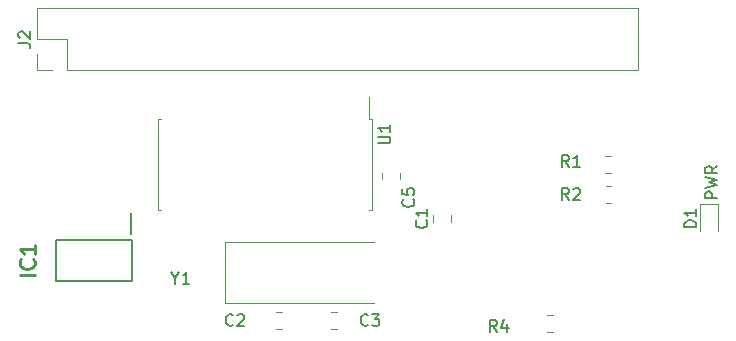
<source format=gbr>
G04 #@! TF.GenerationSoftware,KiCad,Pcbnew,(5.1.9)-1*
G04 #@! TF.CreationDate,2021-08-26T16:24:34+03:00*
G04 #@! TF.ProjectId,RPi_EthShield,5250695f-4574-4685-9368-69656c642e6b,rev?*
G04 #@! TF.SameCoordinates,Original*
G04 #@! TF.FileFunction,Legend,Top*
G04 #@! TF.FilePolarity,Positive*
%FSLAX46Y46*%
G04 Gerber Fmt 4.6, Leading zero omitted, Abs format (unit mm)*
G04 Created by KiCad (PCBNEW (5.1.9)-1) date 2021-08-26 16:24:34*
%MOMM*%
%LPD*%
G01*
G04 APERTURE LIST*
%ADD10C,0.150000*%
%ADD11C,0.120000*%
%ADD12C,0.200000*%
%ADD13C,0.254000*%
G04 APERTURE END LIST*
D10*
X77160380Y-41465333D02*
X76160380Y-41465333D01*
X76160380Y-41084380D01*
X76208000Y-40989142D01*
X76255619Y-40941523D01*
X76350857Y-40893904D01*
X76493714Y-40893904D01*
X76588952Y-40941523D01*
X76636571Y-40989142D01*
X76684190Y-41084380D01*
X76684190Y-41465333D01*
X76160380Y-40560571D02*
X77160380Y-40322476D01*
X76446095Y-40132000D01*
X77160380Y-39941523D01*
X76160380Y-39703428D01*
X77160380Y-38751047D02*
X76684190Y-39084380D01*
X77160380Y-39322476D02*
X76160380Y-39322476D01*
X76160380Y-38941523D01*
X76208000Y-38846285D01*
X76255619Y-38798666D01*
X76350857Y-38751047D01*
X76493714Y-38751047D01*
X76588952Y-38798666D01*
X76636571Y-38846285D01*
X76684190Y-38941523D01*
X76684190Y-39322476D01*
D11*
X48084000Y-45202000D02*
X35484000Y-45202000D01*
X35484000Y-45202000D02*
X35484000Y-50302000D01*
X35484000Y-50302000D02*
X48084000Y-50302000D01*
X63219064Y-52805000D02*
X62764936Y-52805000D01*
X63219064Y-51335000D02*
X62764936Y-51335000D01*
X68195564Y-41883000D02*
X67741436Y-41883000D01*
X68195564Y-40413000D02*
X67741436Y-40413000D01*
X68148564Y-39343000D02*
X67694436Y-39343000D01*
X68148564Y-37873000D02*
X67694436Y-37873000D01*
X77189000Y-44259500D02*
X77189000Y-41974500D01*
X77189000Y-41974500D02*
X75719000Y-41974500D01*
X75719000Y-41974500D02*
X75719000Y-44259500D01*
X48795000Y-39819252D02*
X48795000Y-39296748D01*
X50265000Y-39819252D02*
X50265000Y-39296748D01*
X44442748Y-51081000D02*
X44965252Y-51081000D01*
X44442748Y-52551000D02*
X44965252Y-52551000D01*
X39804748Y-51081000D02*
X40327252Y-51081000D01*
X39804748Y-52551000D02*
X40327252Y-52551000D01*
X53113000Y-43441252D02*
X53113000Y-42918748D01*
X54583000Y-43441252D02*
X54583000Y-42918748D01*
D12*
X27634000Y-44986000D02*
X27634000Y-48486000D01*
X27634000Y-48486000D02*
X21134000Y-48486000D01*
X21134000Y-48486000D02*
X21134000Y-44986000D01*
X21134000Y-44986000D02*
X27634000Y-44986000D01*
X27509000Y-42711000D02*
X27509000Y-44461000D01*
D11*
X29802000Y-38608000D02*
X29802000Y-42468000D01*
X29802000Y-42468000D02*
X30047000Y-42468000D01*
X29802000Y-38608000D02*
X29802000Y-34748000D01*
X29802000Y-34748000D02*
X30047000Y-34748000D01*
X47922000Y-38608000D02*
X47922000Y-42468000D01*
X47922000Y-42468000D02*
X47677000Y-42468000D01*
X47922000Y-38608000D02*
X47922000Y-34748000D01*
X47922000Y-34748000D02*
X47677000Y-34748000D01*
X47677000Y-34748000D02*
X47677000Y-32933000D01*
X70460000Y-30600000D02*
X70460000Y-25400000D01*
X22140000Y-30600000D02*
X70460000Y-30600000D01*
X19540000Y-25400000D02*
X70460000Y-25400000D01*
X22140000Y-30600000D02*
X22140000Y-28000000D01*
X22140000Y-28000000D02*
X19540000Y-28000000D01*
X19540000Y-28000000D02*
X19540000Y-25400000D01*
X20870000Y-30600000D02*
X19540000Y-30600000D01*
X19540000Y-30600000D02*
X19540000Y-29270000D01*
D10*
X31273809Y-48236190D02*
X31273809Y-48712380D01*
X30940476Y-47712380D02*
X31273809Y-48236190D01*
X31607142Y-47712380D01*
X32464285Y-48712380D02*
X31892857Y-48712380D01*
X32178571Y-48712380D02*
X32178571Y-47712380D01*
X32083333Y-47855238D01*
X31988095Y-47950476D01*
X31892857Y-47998095D01*
X58507333Y-52776380D02*
X58174000Y-52300190D01*
X57935904Y-52776380D02*
X57935904Y-51776380D01*
X58316857Y-51776380D01*
X58412095Y-51824000D01*
X58459714Y-51871619D01*
X58507333Y-51966857D01*
X58507333Y-52109714D01*
X58459714Y-52204952D01*
X58412095Y-52252571D01*
X58316857Y-52300190D01*
X57935904Y-52300190D01*
X59364476Y-52109714D02*
X59364476Y-52776380D01*
X59126380Y-51728761D02*
X58888285Y-52443047D01*
X59507333Y-52443047D01*
X64603333Y-41600380D02*
X64270000Y-41124190D01*
X64031904Y-41600380D02*
X64031904Y-40600380D01*
X64412857Y-40600380D01*
X64508095Y-40648000D01*
X64555714Y-40695619D01*
X64603333Y-40790857D01*
X64603333Y-40933714D01*
X64555714Y-41028952D01*
X64508095Y-41076571D01*
X64412857Y-41124190D01*
X64031904Y-41124190D01*
X64984285Y-40695619D02*
X65031904Y-40648000D01*
X65127142Y-40600380D01*
X65365238Y-40600380D01*
X65460476Y-40648000D01*
X65508095Y-40695619D01*
X65555714Y-40790857D01*
X65555714Y-40886095D01*
X65508095Y-41028952D01*
X64936666Y-41600380D01*
X65555714Y-41600380D01*
X64603333Y-38806380D02*
X64270000Y-38330190D01*
X64031904Y-38806380D02*
X64031904Y-37806380D01*
X64412857Y-37806380D01*
X64508095Y-37854000D01*
X64555714Y-37901619D01*
X64603333Y-37996857D01*
X64603333Y-38139714D01*
X64555714Y-38234952D01*
X64508095Y-38282571D01*
X64412857Y-38330190D01*
X64031904Y-38330190D01*
X65555714Y-38806380D02*
X64984285Y-38806380D01*
X65270000Y-38806380D02*
X65270000Y-37806380D01*
X65174761Y-37949238D01*
X65079523Y-38044476D01*
X64984285Y-38092095D01*
X75382380Y-43918095D02*
X74382380Y-43918095D01*
X74382380Y-43680000D01*
X74430000Y-43537142D01*
X74525238Y-43441904D01*
X74620476Y-43394285D01*
X74810952Y-43346666D01*
X74953809Y-43346666D01*
X75144285Y-43394285D01*
X75239523Y-43441904D01*
X75334761Y-43537142D01*
X75382380Y-43680000D01*
X75382380Y-43918095D01*
X75382380Y-42394285D02*
X75382380Y-42965714D01*
X75382380Y-42680000D02*
X74382380Y-42680000D01*
X74525238Y-42775238D01*
X74620476Y-42870476D01*
X74668095Y-42965714D01*
X51411142Y-41568666D02*
X51458761Y-41616285D01*
X51506380Y-41759142D01*
X51506380Y-41854380D01*
X51458761Y-41997238D01*
X51363523Y-42092476D01*
X51268285Y-42140095D01*
X51077809Y-42187714D01*
X50934952Y-42187714D01*
X50744476Y-42140095D01*
X50649238Y-42092476D01*
X50554000Y-41997238D01*
X50506380Y-41854380D01*
X50506380Y-41759142D01*
X50554000Y-41616285D01*
X50601619Y-41568666D01*
X50506380Y-40663904D02*
X50506380Y-41140095D01*
X50982571Y-41187714D01*
X50934952Y-41140095D01*
X50887333Y-41044857D01*
X50887333Y-40806761D01*
X50934952Y-40711523D01*
X50982571Y-40663904D01*
X51077809Y-40616285D01*
X51315904Y-40616285D01*
X51411142Y-40663904D01*
X51458761Y-40711523D01*
X51506380Y-40806761D01*
X51506380Y-41044857D01*
X51458761Y-41140095D01*
X51411142Y-41187714D01*
X47585333Y-52173142D02*
X47537714Y-52220761D01*
X47394857Y-52268380D01*
X47299619Y-52268380D01*
X47156761Y-52220761D01*
X47061523Y-52125523D01*
X47013904Y-52030285D01*
X46966285Y-51839809D01*
X46966285Y-51696952D01*
X47013904Y-51506476D01*
X47061523Y-51411238D01*
X47156761Y-51316000D01*
X47299619Y-51268380D01*
X47394857Y-51268380D01*
X47537714Y-51316000D01*
X47585333Y-51363619D01*
X47918666Y-51268380D02*
X48537714Y-51268380D01*
X48204380Y-51649333D01*
X48347238Y-51649333D01*
X48442476Y-51696952D01*
X48490095Y-51744571D01*
X48537714Y-51839809D01*
X48537714Y-52077904D01*
X48490095Y-52173142D01*
X48442476Y-52220761D01*
X48347238Y-52268380D01*
X48061523Y-52268380D01*
X47966285Y-52220761D01*
X47918666Y-52173142D01*
X36155333Y-52173142D02*
X36107714Y-52220761D01*
X35964857Y-52268380D01*
X35869619Y-52268380D01*
X35726761Y-52220761D01*
X35631523Y-52125523D01*
X35583904Y-52030285D01*
X35536285Y-51839809D01*
X35536285Y-51696952D01*
X35583904Y-51506476D01*
X35631523Y-51411238D01*
X35726761Y-51316000D01*
X35869619Y-51268380D01*
X35964857Y-51268380D01*
X36107714Y-51316000D01*
X36155333Y-51363619D01*
X36536285Y-51363619D02*
X36583904Y-51316000D01*
X36679142Y-51268380D01*
X36917238Y-51268380D01*
X37012476Y-51316000D01*
X37060095Y-51363619D01*
X37107714Y-51458857D01*
X37107714Y-51554095D01*
X37060095Y-51696952D01*
X36488666Y-52268380D01*
X37107714Y-52268380D01*
X52525142Y-43346666D02*
X52572761Y-43394285D01*
X52620380Y-43537142D01*
X52620380Y-43632380D01*
X52572761Y-43775238D01*
X52477523Y-43870476D01*
X52382285Y-43918095D01*
X52191809Y-43965714D01*
X52048952Y-43965714D01*
X51858476Y-43918095D01*
X51763238Y-43870476D01*
X51668000Y-43775238D01*
X51620380Y-43632380D01*
X51620380Y-43537142D01*
X51668000Y-43394285D01*
X51715619Y-43346666D01*
X52620380Y-42394285D02*
X52620380Y-42965714D01*
X52620380Y-42680000D02*
X51620380Y-42680000D01*
X51763238Y-42775238D01*
X51858476Y-42870476D01*
X51906095Y-42965714D01*
D13*
X19370523Y-47975761D02*
X18100523Y-47975761D01*
X19249571Y-46645285D02*
X19310047Y-46705761D01*
X19370523Y-46887190D01*
X19370523Y-47008142D01*
X19310047Y-47189571D01*
X19189095Y-47310523D01*
X19068142Y-47371000D01*
X18826238Y-47431476D01*
X18644809Y-47431476D01*
X18402904Y-47371000D01*
X18281952Y-47310523D01*
X18161000Y-47189571D01*
X18100523Y-47008142D01*
X18100523Y-46887190D01*
X18161000Y-46705761D01*
X18221476Y-46645285D01*
X19370523Y-45435761D02*
X19370523Y-46161476D01*
X19370523Y-45798619D02*
X18100523Y-45798619D01*
X18281952Y-45919571D01*
X18402904Y-46040523D01*
X18463380Y-46161476D01*
D10*
X48474380Y-36829904D02*
X49283904Y-36829904D01*
X49379142Y-36782285D01*
X49426761Y-36734666D01*
X49474380Y-36639428D01*
X49474380Y-36448952D01*
X49426761Y-36353714D01*
X49379142Y-36306095D01*
X49283904Y-36258476D01*
X48474380Y-36258476D01*
X49474380Y-35258476D02*
X49474380Y-35829904D01*
X49474380Y-35544190D02*
X48474380Y-35544190D01*
X48617238Y-35639428D01*
X48712476Y-35734666D01*
X48760095Y-35829904D01*
X17992380Y-28333333D02*
X18706666Y-28333333D01*
X18849523Y-28380952D01*
X18944761Y-28476190D01*
X18992380Y-28619047D01*
X18992380Y-28714285D01*
X18087619Y-27904761D02*
X18040000Y-27857142D01*
X17992380Y-27761904D01*
X17992380Y-27523809D01*
X18040000Y-27428571D01*
X18087619Y-27380952D01*
X18182857Y-27333333D01*
X18278095Y-27333333D01*
X18420952Y-27380952D01*
X18992380Y-27952380D01*
X18992380Y-27333333D01*
M02*

</source>
